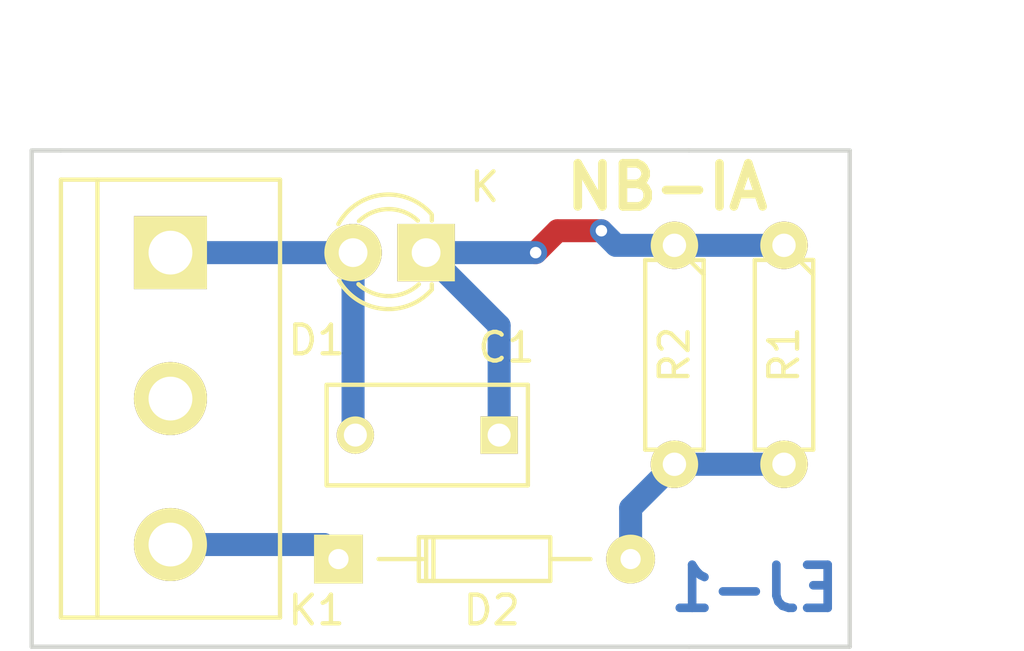
<source format=kicad_pcb>
(kicad_pcb (version 4) (host pcbnew 4.0.2-stable)

  (general
    (links 8)
    (no_connects 1)
    (area 132.258999 92.380999 160.857001 109.803001)
    (thickness 1.6)
    (drawings 11)
    (tracks 21)
    (zones 0)
    (modules 6)
    (nets 6)
  )

  (page A4)
  (title_block
    (title "Circuito Inicial")
    (date 2016-04-23)
    (rev .01)
    (company UNLaM)
    (comment 1 Aranovich)
    (comment 2 Beninato)
  )

  (layers
    (0 F.Cu signal)
    (31 B.Cu signal)
    (32 B.Adhes user)
    (33 F.Adhes user)
    (34 B.Paste user)
    (35 F.Paste user)
    (36 B.SilkS user)
    (37 F.SilkS user)
    (38 B.Mask user)
    (39 F.Mask user)
    (40 Dwgs.User user)
    (41 Cmts.User user hide)
    (42 Eco1.User user)
    (43 Eco2.User user)
    (44 Edge.Cuts user)
    (45 Margin user)
    (46 B.CrtYd user)
    (47 F.CrtYd user)
    (48 B.Fab user)
    (49 F.Fab user)
  )

  (setup
    (last_trace_width 0.25)
    (user_trace_width 0.8)
    (trace_clearance 0.9)
    (zone_clearance 0.508)
    (zone_45_only no)
    (trace_min 0.2)
    (segment_width 0.2)
    (edge_width 0.15)
    (via_size 0.6)
    (via_drill 0.4)
    (via_min_size 0.4)
    (via_min_drill 0.3)
    (user_via 1.7 0.8)
    (uvia_size 0.3)
    (uvia_drill 0.1)
    (uvias_allowed no)
    (uvia_min_size 0.2)
    (uvia_min_drill 0.1)
    (pcb_text_width 0.3)
    (pcb_text_size 1.5 1.5)
    (mod_edge_width 0.15)
    (mod_text_size 1 1)
    (mod_text_width 0.15)
    (pad_size 1.524 1.524)
    (pad_drill 0.762)
    (pad_to_mask_clearance 0.2)
    (aux_axis_origin 0 0)
    (visible_elements 7FFEEFFF)
    (pcbplotparams
      (layerselection 0x00164_80000001)
      (usegerberextensions false)
      (excludeedgelayer false)
      (linewidth 0.100000)
      (plotframeref false)
      (viasonmask false)
      (mode 1)
      (useauxorigin false)
      (hpglpennumber 1)
      (hpglpenspeed 20)
      (hpglpendiameter 15)
      (hpglpenoverlay 2)
      (psnegative false)
      (psa4output false)
      (plotreference true)
      (plotvalue false)
      (plotinvisibletext false)
      (padsonsilk false)
      (subtractmaskfromsilk false)
      (outputformat 1)
      (mirror false)
      (drillshape 0)
      (scaleselection 1)
      (outputdirectory ""))
  )

  (net 0 "")
  (net 1 "Net-(C1-Pad1)")
  (net 2 "Net-(C1-Pad2)")
  (net 3 "Net-(D2-Pad2)")
  (net 4 "Net-(D2-Pad1)")
  (net 5 "Net-(K1-Pad2)")

  (net_class Default "Esta es la clase de red por defecto."
    (clearance 0.9)
    (trace_width 0.25)
    (via_dia 0.6)
    (via_drill 0.4)
    (uvia_dia 0.3)
    (uvia_drill 0.1)
    (add_net "Net-(C1-Pad1)")
    (add_net "Net-(C1-Pad2)")
    (add_net "Net-(D2-Pad1)")
    (add_net "Net-(D2-Pad2)")
    (add_net "Net-(K1-Pad2)")
  )

  (module footprints_ej1:C_Rect_L7_W3.5_P5 (layer F.Cu) (tedit 5724E1E5) (tstamp 571BAD9F)
    (at 148.59 102.362 180)
    (descr "Film Capacitor Length 7mm x Width 3.5mm, Pitch 5mm")
    (tags Capacitor)
    (path /57126EF4)
    (fp_text reference C1 (at -0.254 3.048 180) (layer F.SilkS)
      (effects (font (size 1 1) (thickness 0.15)))
    )
    (fp_text value "100 nF" (at 2.5 3 180) (layer F.Fab)
      (effects (font (size 1 1) (thickness 0.15)))
    )
    (fp_line (start -1.25 -2) (end 6.25 -2) (layer F.CrtYd) (width 0.05))
    (fp_line (start 6.25 -2) (end 6.25 2) (layer F.CrtYd) (width 0.05))
    (fp_line (start 6.25 2) (end -1.25 2) (layer F.CrtYd) (width 0.05))
    (fp_line (start -1.25 2) (end -1.25 -2) (layer F.CrtYd) (width 0.05))
    (fp_line (start -1 -1.75) (end 6 -1.75) (layer F.SilkS) (width 0.15))
    (fp_line (start 6 -1.75) (end 6 1.75) (layer F.SilkS) (width 0.15))
    (fp_line (start 6 1.75) (end -1 1.75) (layer F.SilkS) (width 0.15))
    (fp_line (start -1 1.75) (end -1 -1.75) (layer F.SilkS) (width 0.15))
    (pad 1 thru_hole rect (at 0 0 180) (size 1.3 1.3) (drill 0.8) (layers *.Cu *.Mask F.SilkS)
      (net 1 "Net-(C1-Pad1)"))
    (pad 2 thru_hole circle (at 5 0 180) (size 1.3 1.3) (drill 0.8) (layers *.Cu *.Mask F.SilkS)
      (net 2 "Net-(C1-Pad2)"))
    (model ../../../../../../Users/alumnos/Desktop/Beninato-Aranovich/ej1.3dshapes/cnp_6mm_disc.wrl
      (at (xyz 0.1 0 0))
      (scale (xyz 1 1 1))
      (rotate (xyz 0 0 0))
    )
  )

  (module footprints_ej1:LED-3MM (layer F.Cu) (tedit 5724E1EE) (tstamp 571BADA5)
    (at 146.05 96.012 180)
    (descr "LED 3mm round vertical")
    (tags "LED  3mm round vertical")
    (path /571272AA)
    (fp_text reference D1 (at 3.81 -3.048 180) (layer F.SilkS)
      (effects (font (size 1 1) (thickness 0.15)))
    )
    (fp_text value "LED ROJO" (at 1.3 -2.9 180) (layer F.Fab)
      (effects (font (size 1 1) (thickness 0.15)))
    )
    (fp_line (start -1.2 2.3) (end 3.8 2.3) (layer F.CrtYd) (width 0.05))
    (fp_line (start 3.8 2.3) (end 3.8 -2.2) (layer F.CrtYd) (width 0.05))
    (fp_line (start 3.8 -2.2) (end -1.2 -2.2) (layer F.CrtYd) (width 0.05))
    (fp_line (start -1.2 -2.2) (end -1.2 2.3) (layer F.CrtYd) (width 0.05))
    (fp_line (start -0.199 1.314) (end -0.199 1.114) (layer F.SilkS) (width 0.15))
    (fp_line (start -0.199 -1.28) (end -0.199 -1.1) (layer F.SilkS) (width 0.15))
    (fp_arc (start 1.301 0.034) (end -0.199 -1.286) (angle 108.5) (layer F.SilkS) (width 0.15))
    (fp_arc (start 1.301 0.034) (end 0.25 -1.1) (angle 85.7) (layer F.SilkS) (width 0.15))
    (fp_arc (start 1.311 0.034) (end 3.051 0.994) (angle 110) (layer F.SilkS) (width 0.15))
    (fp_arc (start 1.301 0.034) (end 2.335 1.094) (angle 87.5) (layer F.SilkS) (width 0.15))
    (fp_text user K (at -2.032 2.286 360) (layer F.SilkS)
      (effects (font (size 1 1) (thickness 0.15)))
    )
    (pad 1 thru_hole rect (at 0 0 270) (size 2 2) (drill 1.00076) (layers *.Cu *.Mask F.SilkS)
      (net 1 "Net-(C1-Pad1)"))
    (pad 2 thru_hole circle (at 2.54 0 180) (size 2 2) (drill 1.00076) (layers *.Cu *.Mask F.SilkS)
      (net 2 "Net-(C1-Pad2)"))
    (model LEDs.3dshapes/LED-3MM.wrl
      (at (xyz 0.05 0 0))
      (scale (xyz 1 1 1))
      (rotate (xyz 0 0 90))
    )
  )

  (module footprints_ej1:Diode_DO-35_SOD27_Horizontal_RM10 (layer F.Cu) (tedit 5724E201) (tstamp 571BADAB)
    (at 143.002 106.68)
    (descr "Diode, DO-35,  SOD27, Horizontal, RM 10mm")
    (tags "Diode, DO-35, SOD27, Horizontal, RM 10mm, 1N4148,")
    (path /5712730D)
    (fp_text reference D2 (at 5.334 1.778) (layer F.SilkS)
      (effects (font (size 1 1) (thickness 0.15)))
    )
    (fp_text value 1N4148 (at 4.41452 -3.55854) (layer F.Fab)
      (effects (font (size 1 1) (thickness 0.15)))
    )
    (fp_line (start 7.36652 -0.00254) (end 8.76352 -0.00254) (layer F.SilkS) (width 0.15))
    (fp_line (start 2.92152 -0.00254) (end 1.39752 -0.00254) (layer F.SilkS) (width 0.15))
    (fp_line (start 3.30252 -0.76454) (end 3.30252 0.75946) (layer F.SilkS) (width 0.15))
    (fp_line (start 3.04852 -0.76454) (end 3.04852 0.75946) (layer F.SilkS) (width 0.15))
    (fp_line (start 2.79452 -0.00254) (end 2.79452 0.75946) (layer F.SilkS) (width 0.15))
    (fp_line (start 2.79452 0.75946) (end 7.36652 0.75946) (layer F.SilkS) (width 0.15))
    (fp_line (start 7.36652 0.75946) (end 7.36652 -0.76454) (layer F.SilkS) (width 0.15))
    (fp_line (start 7.36652 -0.76454) (end 2.79452 -0.76454) (layer F.SilkS) (width 0.15))
    (fp_line (start 2.79452 -0.76454) (end 2.79452 -0.00254) (layer F.SilkS) (width 0.15))
    (pad 2 thru_hole circle (at 10.16052 -0.00254 180) (size 1.69926 1.69926) (drill 0.70104) (layers *.Cu *.Mask F.SilkS)
      (net 3 "Net-(D2-Pad2)"))
    (pad 1 thru_hole rect (at 0.00052 -0.00254 180) (size 1.69926 1.69926) (drill 0.70104) (layers *.Cu *.Mask F.SilkS)
      (net 4 "Net-(D2-Pad1)"))
    (model Diodes_ThroughHole.3dshapes/Diode_DO-35_SOD27_Horizontal_RM10.wrl
      (at (xyz 0.2 0 0))
      (scale (xyz 0.4 0.4 0.4))
      (rotate (xyz 0 0 180))
    )
  )

  (module footprints_ej1:bornier3 (layer F.Cu) (tedit 5724E1F4) (tstamp 571BADB2)
    (at 137.16 101.092 270)
    (descr "Bornier d'alimentation 3 pins")
    (tags DEV)
    (path /57127025)
    (fp_text reference K1 (at 7.366 -5.08 360) (layer F.SilkS)
      (effects (font (size 1 1) (thickness 0.15)))
    )
    (fp_text value CONN_01X03 (at 0 5.08 270) (layer F.Fab)
      (effects (font (size 1 1) (thickness 0.15)))
    )
    (fp_line (start -7.62 3.81) (end -7.62 -3.81) (layer F.SilkS) (width 0.15))
    (fp_line (start 7.62 3.81) (end 7.62 -3.81) (layer F.SilkS) (width 0.15))
    (fp_line (start -7.62 2.54) (end 7.62 2.54) (layer F.SilkS) (width 0.15))
    (fp_line (start -7.62 -3.81) (end 7.62 -3.81) (layer F.SilkS) (width 0.15))
    (fp_line (start -7.62 3.81) (end 7.62 3.81) (layer F.SilkS) (width 0.15))
    (pad 1 thru_hole rect (at -5.08 0 270) (size 2.54 2.54) (drill 1.524) (layers *.Cu *.Mask F.SilkS)
      (net 2 "Net-(C1-Pad2)"))
    (pad 2 thru_hole circle (at 0 0 270) (size 2.54 2.54) (drill 1.524) (layers *.Cu *.Mask F.SilkS)
      (net 5 "Net-(K1-Pad2)"))
    (pad 3 thru_hole circle (at 5.08 0 270) (size 2.54 2.54) (drill 1.524) (layers *.Cu *.Mask F.SilkS)
      (net 4 "Net-(D2-Pad1)"))
    (model Connect.3dshapes/bornier3.wrl
      (at (xyz 0 0 0))
      (scale (xyz 1 1 1))
      (rotate (xyz 0 0 0))
    )
  )

  (module footprints_ej1:R3-LARGE_PADS (layer F.Cu) (tedit 572E0B3A) (tstamp 571BADB8)
    (at 158.496 99.568 270)
    (descr "Resitance 3 pas")
    (tags R)
    (path /57126DBA)
    (fp_text reference R1 (at 0 0 450) (layer F.SilkS)
      (effects (font (size 1 1) (thickness 0.15)))
    )
    (fp_text value 100K (at 0 0 270) (layer F.Fab)
      (effects (font (size 1 1) (thickness 0.15)))
    )
    (fp_line (start -3.81 0) (end -3.302 0) (layer F.SilkS) (width 0.15))
    (fp_line (start 3.81 0) (end 3.302 0) (layer F.SilkS) (width 0.15))
    (fp_line (start 3.302 0) (end 3.302 -1.016) (layer F.SilkS) (width 0.15))
    (fp_line (start 3.302 -1.016) (end -3.302 -1.016) (layer F.SilkS) (width 0.15))
    (fp_line (start -3.302 -1.016) (end -3.302 1.016) (layer F.SilkS) (width 0.15))
    (fp_line (start -3.302 1.016) (end 3.302 1.016) (layer F.SilkS) (width 0.15))
    (fp_line (start 3.302 1.016) (end 3.302 0) (layer F.SilkS) (width 0.15))
    (fp_line (start -3.302 -0.508) (end -2.794 -1.016) (layer F.SilkS) (width 0.15))
    (pad 1 thru_hole circle (at -3.81 0 270) (size 1.651 1.651) (drill 0.8128) (layers *.Cu *.Mask F.SilkS)
      (net 1 "Net-(C1-Pad1)"))
    (pad 2 thru_hole circle (at 3.81 0 270) (size 1.651 1.651) (drill 0.8128) (layers *.Cu *.Mask F.SilkS)
      (net 3 "Net-(D2-Pad2)"))
    (model Discret.3dshapes/R3-LARGE_PADS.wrl
      (at (xyz 0 0 0))
      (scale (xyz 0.3 0.3 0.3))
      (rotate (xyz 0 0 0))
    )
  )

  (module footprints_ej1:R3-LARGE_PADS (layer F.Cu) (tedit 0) (tstamp 5724E8BD)
    (at 154.686 99.568 270)
    (descr "Resitance 3 pas")
    (tags R)
    (path /5724E60A)
    (fp_text reference R2 (at 0 0 270) (layer F.SilkS)
      (effects (font (size 1 1) (thickness 0.15)))
    )
    (fp_text value 100K (at 0 0 270) (layer F.Fab)
      (effects (font (size 1 1) (thickness 0.15)))
    )
    (fp_line (start -3.81 0) (end -3.302 0) (layer F.SilkS) (width 0.15))
    (fp_line (start 3.81 0) (end 3.302 0) (layer F.SilkS) (width 0.15))
    (fp_line (start 3.302 0) (end 3.302 -1.016) (layer F.SilkS) (width 0.15))
    (fp_line (start 3.302 -1.016) (end -3.302 -1.016) (layer F.SilkS) (width 0.15))
    (fp_line (start -3.302 -1.016) (end -3.302 1.016) (layer F.SilkS) (width 0.15))
    (fp_line (start -3.302 1.016) (end 3.302 1.016) (layer F.SilkS) (width 0.15))
    (fp_line (start 3.302 1.016) (end 3.302 0) (layer F.SilkS) (width 0.15))
    (fp_line (start -3.302 -0.508) (end -2.794 -1.016) (layer F.SilkS) (width 0.15))
    (pad 1 thru_hole circle (at -3.81 0 270) (size 1.651 1.651) (drill 0.8128) (layers *.Cu *.Mask F.SilkS)
      (net 1 "Net-(C1-Pad1)"))
    (pad 2 thru_hole circle (at 3.81 0 270) (size 1.651 1.651) (drill 0.8128) (layers *.Cu *.Mask F.SilkS)
      (net 3 "Net-(D2-Pad2)"))
    (model Discret.3dshapes/R3-LARGE_PADS.wrl
      (at (xyz 0 0 0))
      (scale (xyz 0.3 0.3 0.3))
      (rotate (xyz 0 0 0))
    )
  )

  (gr_text EJ-1 (at 157.48 107.696) (layer B.Cu)
    (effects (font (size 1.5 1.5) (thickness 0.3)) (justify mirror))
  )
  (gr_text NB-IA (at 154.432 93.726) (layer F.SilkS)
    (effects (font (size 1.5 1.5) (thickness 0.3)))
  )
  (dimension 17.272 (width 0.3) (layer Dwgs.User)
    (gr_text 17,272mm (at 164.164 101.092 270) (layer Dwgs.User)
      (effects (font (size 1.5 1.5) (thickness 0.3)))
    )
    (feature1 (pts (xy 160.782 109.728) (xy 165.514 109.728)))
    (feature2 (pts (xy 160.782 92.456) (xy 165.514 92.456)))
    (crossbar (pts (xy 162.814 92.456) (xy 162.814 109.728)))
    (arrow1a (pts (xy 162.814 109.728) (xy 162.227579 108.601496)))
    (arrow1b (pts (xy 162.814 109.728) (xy 163.400421 108.601496)))
    (arrow2a (pts (xy 162.814 92.456) (xy 162.227579 93.582504)))
    (arrow2b (pts (xy 162.814 92.456) (xy 163.400421 93.582504)))
  )
  (dimension 28.448 (width 0.3) (layer Dwgs.User)
    (gr_text 28,448mm (at 146.558 89.074) (layer Dwgs.User)
      (effects (font (size 1.5 1.5) (thickness 0.3)))
    )
    (feature1 (pts (xy 132.334 92.456) (xy 132.334 87.724)))
    (feature2 (pts (xy 160.782 92.456) (xy 160.782 87.724)))
    (crossbar (pts (xy 160.782 90.424) (xy 132.334 90.424)))
    (arrow1a (pts (xy 132.334 90.424) (xy 133.460504 89.837579)))
    (arrow1b (pts (xy 132.334 90.424) (xy 133.460504 91.010421)))
    (arrow2a (pts (xy 160.782 90.424) (xy 159.655496 89.837579)))
    (arrow2b (pts (xy 160.782 90.424) (xy 159.655496 91.010421)))
  )
  (gr_line (start 160.782 92.456) (end 155.194 92.456) (angle 90) (layer Edge.Cuts) (width 0.15))
  (gr_line (start 160.782 109.728) (end 160.782 92.456) (angle 90) (layer Edge.Cuts) (width 0.15))
  (gr_line (start 155.194 109.728) (end 160.782 109.728) (angle 90) (layer Edge.Cuts) (width 0.15))
  (gr_line (start 132.334 92.456) (end 133.35 92.456) (angle 90) (layer Edge.Cuts) (width 0.15))
  (gr_line (start 132.334 109.728) (end 132.334 92.456) (angle 90) (layer Edge.Cuts) (width 0.15))
  (gr_line (start 155.194 109.728) (end 132.334 109.728) (angle 90) (layer Edge.Cuts) (width 0.15))
  (gr_line (start 133.35 92.456) (end 155.194 92.456) (angle 90) (layer Edge.Cuts) (width 0.15))

  (segment (start 146.05 96.012) (end 149.86 96.012) (width 0.8) (layer B.Cu) (net 1))
  (segment (start 152.654 95.758) (end 158.496 95.758) (width 0.8) (layer B.Cu) (net 1) (tstamp 572E0AE9))
  (segment (start 152.146 95.25) (end 152.654 95.758) (width 0.8) (layer B.Cu) (net 1) (tstamp 572E0AE8))
  (via (at 152.146 95.25) (size 0.6) (drill 0.4) (layers F.Cu B.Cu) (net 1))
  (segment (start 150.622 95.25) (end 152.146 95.25) (width 0.8) (layer F.Cu) (net 1) (tstamp 572E0AE1))
  (segment (start 149.86 96.012) (end 150.622 95.25) (width 0.8) (layer F.Cu) (net 1) (tstamp 572E0AE0))
  (via (at 149.86 96.012) (size 0.6) (drill 0.4) (layers F.Cu B.Cu) (net 1))
  (segment (start 154.432 96.012) (end 154.686 95.758) (width 0.25) (layer B.Cu) (net 1) (tstamp 5724E92C))
  (segment (start 148.59 102.362) (end 148.59 98.552) (width 0.8) (layer B.Cu) (net 1))
  (segment (start 148.59 98.552) (end 146.05 96.012) (width 0.8) (layer B.Cu) (net 1) (tstamp 5724DDED))
  (segment (start 143.51 96.012) (end 143.51 102.282) (width 0.8) (layer B.Cu) (net 2))
  (segment (start 143.51 102.282) (end 143.59 102.362) (width 0.8) (layer B.Cu) (net 2) (tstamp 5724DC90))
  (segment (start 137.16 96.012) (end 143.51 96.012) (width 0.8) (layer B.Cu) (net 2))
  (segment (start 143.51 96.012) (end 143.59 96.092) (width 0.8) (layer B.Cu) (net 2) (tstamp 5724DC73))
  (segment (start 143.59 102.362) (end 143.51 102.282) (width 0.8) (layer B.Cu) (net 2) (tstamp 5724DC79))
  (segment (start 158.496 103.378) (end 154.686 103.378) (width 0.8) (layer B.Cu) (net 3))
  (segment (start 154.686 103.378) (end 153.16252 104.90148) (width 0.8) (layer B.Cu) (net 3) (tstamp 572E0AA2))
  (segment (start 153.16252 104.90148) (end 153.16252 106.67746) (width 0.8) (layer B.Cu) (net 3) (tstamp 572E0AA4))
  (segment (start 153.162 106.67694) (end 153.16252 106.67746) (width 0.8) (layer B.Cu) (net 3) (tstamp 5724DB98))
  (segment (start 137.16 106.172) (end 142.49706 106.172) (width 0.8) (layer B.Cu) (net 4))
  (segment (start 142.49706 106.172) (end 143.00252 106.67746) (width 0.8) (layer B.Cu) (net 4) (tstamp 5724DBBA))

)

</source>
